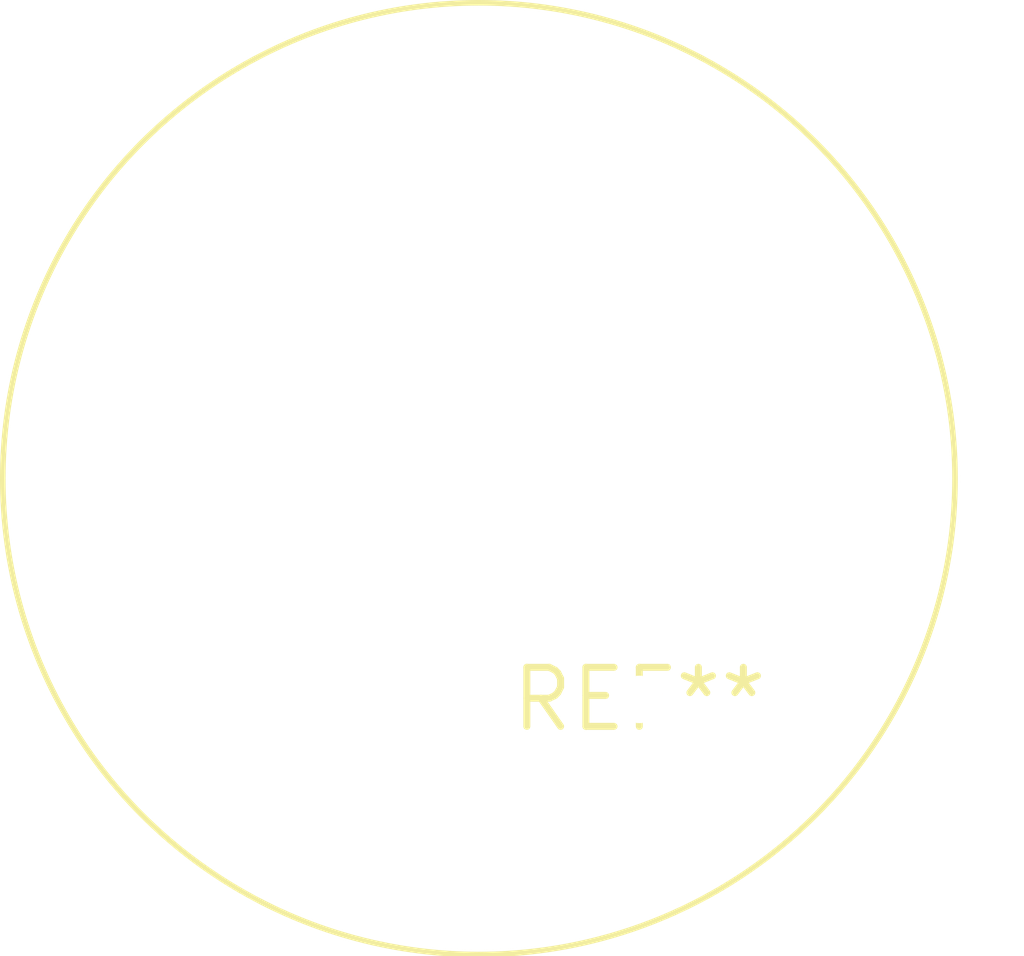
<source format=kicad_pcb>
(kicad_pcb (version 20240108) (generator pcbnew)
  (layers (0 "F.Cu" signal) (31 "B.Cu" signal) (34 "B.Paste" user) (35 "F.Paste" user) (36 "B.SilkS" user "B.Silkscreen") (37 "F.SilkS" user "F.Silkscreen") (38 "B.Mask" user) (39 "F.Mask" user) (44 "Edge.Cuts" user))
  (net 0 "")
  (footprint "Valve_ECC-83-1" (layer "F.Cu") (at 0 0)
    (property "Reference" "REF**")
    (property "Value" "Valve_ECC-83-1")
    (fp_circle (center -3.45 -4.75) (end 6.71 -3.48) (layer "F.SilkS") (stroke (width 0.12)) (fill none))
    (pad "1" thru_hole circle (at 0 0) (size 2.03 2.03) (drill 1.02) (layers *.Cu *.Mask) (remove_unused_layers))
    (pad "2" thru_hole circle (at 2.15 -2.93) (size 2.03 2.03) (drill 1.02) (layers *.Cu *.Mask) (remove_unused_layers))
    (pad "3" thru_hole circle (at 2.15 -6.58) (size 2.03 2.03) (drill 1.02) (layers *.Cu *.Mask) (remove_unused_layers))
    (pad "4" thru_hole circle (at 0 -9.51) (size 2.03 2.03) (drill 1.02) (layers *.Cu *.Mask) (remove_unused_layers))
    (pad "5" thru_hole circle (at -3.45 -10.65) (size 2.03 2.03) (drill 1.02) (layers *.Cu *.Mask) (remove_unused_layers))
    (pad "6" thru_hole circle (at -6.91 -9.51) (size 2.03 2.03) (drill 1.02) (layers *.Cu *.Mask) (remove_unused_layers))
    (pad "7" thru_hole circle (at -9.06 -6.58) (size 2.03 2.03) (drill 1.02) (layers *.Cu *.Mask) (remove_unused_layers))
    (pad "8" thru_hole circle (at -9.06 -2.97) (size 2.03 2.03) (drill 1.02) (layers *.Cu *.Mask) (remove_unused_layers))
    (pad "9" thru_hole circle (at -6.91 0) (size 2.03 2.03) (drill 1.02) (layers *.Cu *.Mask) (remove_unused_layers))
  )
)
</source>
